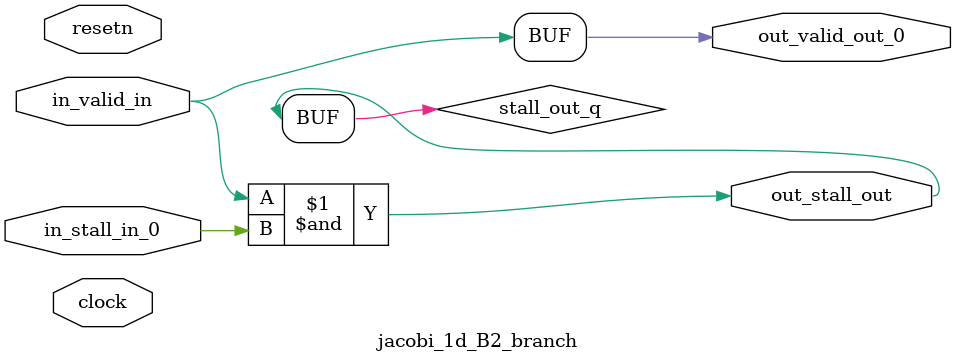
<source format=sv>



(* altera_attribute = "-name AUTO_SHIFT_REGISTER_RECOGNITION OFF; -name MESSAGE_DISABLE 10036; -name MESSAGE_DISABLE 10037; -name MESSAGE_DISABLE 14130; -name MESSAGE_DISABLE 14320; -name MESSAGE_DISABLE 15400; -name MESSAGE_DISABLE 14130; -name MESSAGE_DISABLE 10036; -name MESSAGE_DISABLE 12020; -name MESSAGE_DISABLE 12030; -name MESSAGE_DISABLE 12010; -name MESSAGE_DISABLE 12110; -name MESSAGE_DISABLE 14320; -name MESSAGE_DISABLE 13410; -name MESSAGE_DISABLE 113007; -name MESSAGE_DISABLE 10958" *)
module jacobi_1d_B2_branch (
    input wire [0:0] in_stall_in_0,
    input wire [0:0] in_valid_in,
    output wire [0:0] out_stall_out,
    output wire [0:0] out_valid_out_0,
    input wire clock,
    input wire resetn
    );

    wire [0:0] stall_out_q;


    // stall_out(LOGICAL,6)
    assign stall_out_q = in_valid_in & in_stall_in_0;

    // out_stall_out(GPOUT,4)
    assign out_stall_out = stall_out_q;

    // out_valid_out_0(GPOUT,5)
    assign out_valid_out_0 = in_valid_in;

endmodule

</source>
